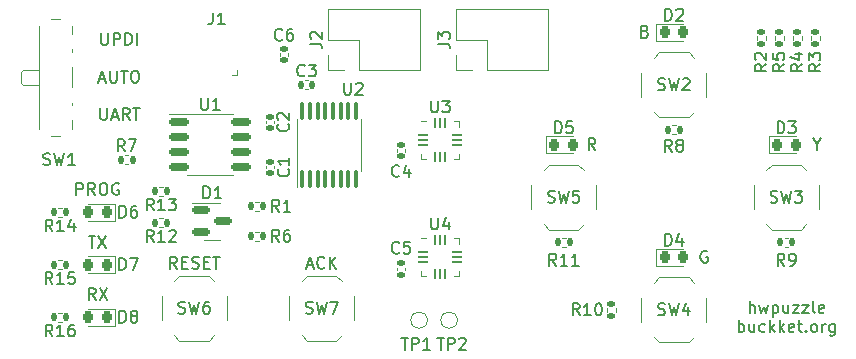
<source format=gto>
G04 #@! TF.GenerationSoftware,KiCad,Pcbnew,(6.0.10)*
G04 #@! TF.CreationDate,2023-01-18T01:33:26+01:00*
G04 #@! TF.ProjectId,hwpuzzle,68777075-7a7a-46c6-952e-6b696361645f,0.1*
G04 #@! TF.SameCoordinates,Original*
G04 #@! TF.FileFunction,Legend,Top*
G04 #@! TF.FilePolarity,Positive*
%FSLAX46Y46*%
G04 Gerber Fmt 4.6, Leading zero omitted, Abs format (unit mm)*
G04 Created by KiCad (PCBNEW (6.0.10)) date 2023-01-18 01:33:26*
%MOMM*%
%LPD*%
G01*
G04 APERTURE LIST*
G04 Aperture macros list*
%AMRoundRect*
0 Rectangle with rounded corners*
0 $1 Rounding radius*
0 $2 $3 $4 $5 $6 $7 $8 $9 X,Y pos of 4 corners*
0 Add a 4 corners polygon primitive as box body*
4,1,4,$2,$3,$4,$5,$6,$7,$8,$9,$2,$3,0*
0 Add four circle primitives for the rounded corners*
1,1,$1+$1,$2,$3*
1,1,$1+$1,$4,$5*
1,1,$1+$1,$6,$7*
1,1,$1+$1,$8,$9*
0 Add four rect primitives between the rounded corners*
20,1,$1+$1,$2,$3,$4,$5,0*
20,1,$1+$1,$4,$5,$6,$7,0*
20,1,$1+$1,$6,$7,$8,$9,0*
20,1,$1+$1,$8,$9,$2,$3,0*%
%AMFreePoly0*
4,1,14,0.334644,0.085355,0.385355,0.034644,0.400000,-0.000711,0.400000,-0.050000,0.385355,-0.085355,0.350000,-0.100000,-0.350000,-0.100000,-0.385355,-0.085355,-0.400000,-0.050000,-0.400000,0.050000,-0.385355,0.085355,-0.350000,0.100000,0.299289,0.100000,0.334644,0.085355,0.334644,0.085355,$1*%
%AMFreePoly1*
4,1,14,0.385355,0.085355,0.400000,0.050000,0.400000,0.000711,0.385355,-0.034644,0.334644,-0.085355,0.299289,-0.100000,-0.350000,-0.100000,-0.385355,-0.085355,-0.400000,-0.050000,-0.400000,0.050000,-0.385355,0.085355,-0.350000,0.100000,0.350000,0.100000,0.385355,0.085355,0.385355,0.085355,$1*%
%AMFreePoly2*
4,1,14,0.085355,0.385355,0.100000,0.350000,0.100000,-0.350000,0.085355,-0.385355,0.050000,-0.400000,-0.050000,-0.400000,-0.085355,-0.385355,-0.100000,-0.350000,-0.100000,0.299289,-0.085355,0.334644,-0.034644,0.385355,0.000711,0.400000,0.050000,0.400000,0.085355,0.385355,0.085355,0.385355,$1*%
%AMFreePoly3*
4,1,14,0.034644,0.385355,0.085355,0.334644,0.100000,0.299289,0.100000,-0.350000,0.085355,-0.385355,0.050000,-0.400000,-0.050000,-0.400000,-0.085355,-0.385355,-0.100000,-0.350000,-0.100000,0.350000,-0.085355,0.385355,-0.050000,0.400000,-0.000711,0.400000,0.034644,0.385355,0.034644,0.385355,$1*%
%AMFreePoly4*
4,1,14,0.385355,0.085355,0.400000,0.050000,0.400000,-0.050000,0.385355,-0.085355,0.350000,-0.100000,-0.299289,-0.100000,-0.334644,-0.085355,-0.385355,-0.034644,-0.400000,0.000711,-0.400000,0.050000,-0.385355,0.085355,-0.350000,0.100000,0.350000,0.100000,0.385355,0.085355,0.385355,0.085355,$1*%
%AMFreePoly5*
4,1,14,0.385355,0.085355,0.400000,0.050000,0.400000,-0.050000,0.385355,-0.085355,0.350000,-0.100000,-0.350000,-0.100000,-0.385355,-0.085355,-0.400000,-0.050000,-0.400000,-0.000711,-0.385355,0.034644,-0.334644,0.085355,-0.299289,0.100000,0.350000,0.100000,0.385355,0.085355,0.385355,0.085355,$1*%
%AMFreePoly6*
4,1,14,0.085355,0.385355,0.100000,0.350000,0.100000,-0.299289,0.085355,-0.334644,0.034644,-0.385355,-0.000711,-0.400000,-0.050000,-0.400000,-0.085355,-0.385355,-0.100000,-0.350000,-0.100000,0.350000,-0.085355,0.385355,-0.050000,0.400000,0.050000,0.400000,0.085355,0.385355,0.085355,0.385355,$1*%
%AMFreePoly7*
4,1,14,0.085355,0.385355,0.100000,0.350000,0.100000,-0.350000,0.085355,-0.385355,0.050000,-0.400000,0.000711,-0.400000,-0.034644,-0.385355,-0.085355,-0.334644,-0.100000,-0.299289,-0.100000,0.350000,-0.085355,0.385355,-0.050000,0.400000,0.050000,0.400000,0.085355,0.385355,0.085355,0.385355,$1*%
G04 Aperture macros list end*
%ADD10C,0.150000*%
%ADD11C,0.120000*%
%ADD12R,1.700000X1.000000*%
%ADD13RoundRect,0.218750X0.218750X0.256250X-0.218750X0.256250X-0.218750X-0.256250X0.218750X-0.256250X0*%
%ADD14RoundRect,0.135000X-0.135000X-0.185000X0.135000X-0.185000X0.135000X0.185000X-0.135000X0.185000X0*%
%ADD15RoundRect,0.140000X0.170000X-0.140000X0.170000X0.140000X-0.170000X0.140000X-0.170000X-0.140000X0*%
%ADD16RoundRect,0.218750X-0.218750X-0.256250X0.218750X-0.256250X0.218750X0.256250X-0.218750X0.256250X0*%
%ADD17RoundRect,0.135000X0.185000X-0.135000X0.185000X0.135000X-0.185000X0.135000X-0.185000X-0.135000X0*%
%ADD18RoundRect,0.135000X0.135000X0.185000X-0.135000X0.185000X-0.135000X-0.185000X0.135000X-0.185000X0*%
%ADD19C,1.000000*%
%ADD20R,0.400000X1.600000*%
%ADD21C,1.300000*%
%ADD22R,1.500000X1.000000*%
%ADD23O,1.300000X1.700000*%
%ADD24RoundRect,0.150000X-0.587500X-0.150000X0.587500X-0.150000X0.587500X0.150000X-0.587500X0.150000X0*%
%ADD25RoundRect,0.100000X0.100000X-0.637500X0.100000X0.637500X-0.100000X0.637500X-0.100000X-0.637500X0*%
%ADD26RoundRect,0.140000X-0.170000X0.140000X-0.170000X-0.140000X0.170000X-0.140000X0.170000X0.140000X0*%
%ADD27R,1.700000X1.700000*%
%ADD28O,1.700000X1.700000*%
%ADD29FreePoly0,0.000000*%
%ADD30RoundRect,0.050000X-0.350000X-0.050000X0.350000X-0.050000X0.350000X0.050000X-0.350000X0.050000X0*%
%ADD31FreePoly1,0.000000*%
%ADD32FreePoly2,0.000000*%
%ADD33RoundRect,0.050000X-0.050000X-0.350000X0.050000X-0.350000X0.050000X0.350000X-0.050000X0.350000X0*%
%ADD34FreePoly3,0.000000*%
%ADD35FreePoly4,0.000000*%
%ADD36FreePoly5,0.000000*%
%ADD37FreePoly6,0.000000*%
%ADD38FreePoly7,0.000000*%
%ADD39RoundRect,0.150000X-0.675000X-0.150000X0.675000X-0.150000X0.675000X0.150000X-0.675000X0.150000X0*%
%ADD40RoundRect,0.140000X-0.140000X-0.170000X0.140000X-0.170000X0.140000X0.170000X-0.140000X0.170000X0*%
%ADD41R,0.800000X1.000000*%
%ADD42C,0.900000*%
%ADD43R,1.500000X0.700000*%
G04 APERTURE END LIST*
D10*
X146994523Y-81097380D02*
X146661190Y-80621190D01*
X146423095Y-81097380D02*
X146423095Y-80097380D01*
X146804047Y-80097380D01*
X146899285Y-80145000D01*
X146946904Y-80192619D01*
X146994523Y-80287857D01*
X146994523Y-80430714D01*
X146946904Y-80525952D01*
X146899285Y-80573571D01*
X146804047Y-80621190D01*
X146423095Y-80621190D01*
X156471904Y-89670000D02*
X156376666Y-89622380D01*
X156233809Y-89622380D01*
X156090952Y-89670000D01*
X155995714Y-89765238D01*
X155948095Y-89860476D01*
X155900476Y-90050952D01*
X155900476Y-90193809D01*
X155948095Y-90384285D01*
X155995714Y-90479523D01*
X156090952Y-90574761D01*
X156233809Y-90622380D01*
X156329047Y-90622380D01*
X156471904Y-90574761D01*
X156519523Y-90527142D01*
X156519523Y-90193809D01*
X156329047Y-90193809D01*
X165735000Y-80621190D02*
X165735000Y-81097380D01*
X165401666Y-80097380D02*
X165735000Y-80621190D01*
X166068333Y-80097380D01*
X151201428Y-71048571D02*
X151344285Y-71096190D01*
X151391904Y-71143809D01*
X151439523Y-71239047D01*
X151439523Y-71381904D01*
X151391904Y-71477142D01*
X151344285Y-71524761D01*
X151249047Y-71572380D01*
X150868095Y-71572380D01*
X150868095Y-70572380D01*
X151201428Y-70572380D01*
X151296666Y-70620000D01*
X151344285Y-70667619D01*
X151391904Y-70762857D01*
X151391904Y-70858095D01*
X151344285Y-70953333D01*
X151296666Y-71000952D01*
X151201428Y-71048571D01*
X150868095Y-71048571D01*
X160052142Y-94897380D02*
X160052142Y-93897380D01*
X160480714Y-94897380D02*
X160480714Y-94373571D01*
X160433095Y-94278333D01*
X160337857Y-94230714D01*
X160195000Y-94230714D01*
X160099761Y-94278333D01*
X160052142Y-94325952D01*
X160861666Y-94230714D02*
X161052142Y-94897380D01*
X161242619Y-94421190D01*
X161433095Y-94897380D01*
X161623571Y-94230714D01*
X162004523Y-94230714D02*
X162004523Y-95230714D01*
X162004523Y-94278333D02*
X162099761Y-94230714D01*
X162290238Y-94230714D01*
X162385476Y-94278333D01*
X162433095Y-94325952D01*
X162480714Y-94421190D01*
X162480714Y-94706904D01*
X162433095Y-94802142D01*
X162385476Y-94849761D01*
X162290238Y-94897380D01*
X162099761Y-94897380D01*
X162004523Y-94849761D01*
X163337857Y-94230714D02*
X163337857Y-94897380D01*
X162909285Y-94230714D02*
X162909285Y-94754523D01*
X162956904Y-94849761D01*
X163052142Y-94897380D01*
X163195000Y-94897380D01*
X163290238Y-94849761D01*
X163337857Y-94802142D01*
X163718809Y-94230714D02*
X164242619Y-94230714D01*
X163718809Y-94897380D01*
X164242619Y-94897380D01*
X164528333Y-94230714D02*
X165052142Y-94230714D01*
X164528333Y-94897380D01*
X165052142Y-94897380D01*
X165575952Y-94897380D02*
X165480714Y-94849761D01*
X165433095Y-94754523D01*
X165433095Y-93897380D01*
X166337857Y-94849761D02*
X166242619Y-94897380D01*
X166052142Y-94897380D01*
X165956904Y-94849761D01*
X165909285Y-94754523D01*
X165909285Y-94373571D01*
X165956904Y-94278333D01*
X166052142Y-94230714D01*
X166242619Y-94230714D01*
X166337857Y-94278333D01*
X166385476Y-94373571D01*
X166385476Y-94468809D01*
X165909285Y-94564047D01*
X159123571Y-96507380D02*
X159123571Y-95507380D01*
X159123571Y-95888333D02*
X159218809Y-95840714D01*
X159409285Y-95840714D01*
X159504523Y-95888333D01*
X159552142Y-95935952D01*
X159599761Y-96031190D01*
X159599761Y-96316904D01*
X159552142Y-96412142D01*
X159504523Y-96459761D01*
X159409285Y-96507380D01*
X159218809Y-96507380D01*
X159123571Y-96459761D01*
X160456904Y-95840714D02*
X160456904Y-96507380D01*
X160028333Y-95840714D02*
X160028333Y-96364523D01*
X160075952Y-96459761D01*
X160171190Y-96507380D01*
X160314047Y-96507380D01*
X160409285Y-96459761D01*
X160456904Y-96412142D01*
X161361666Y-96459761D02*
X161266428Y-96507380D01*
X161075952Y-96507380D01*
X160980714Y-96459761D01*
X160933095Y-96412142D01*
X160885476Y-96316904D01*
X160885476Y-96031190D01*
X160933095Y-95935952D01*
X160980714Y-95888333D01*
X161075952Y-95840714D01*
X161266428Y-95840714D01*
X161361666Y-95888333D01*
X161790238Y-96507380D02*
X161790238Y-95507380D01*
X161885476Y-96126428D02*
X162171190Y-96507380D01*
X162171190Y-95840714D02*
X161790238Y-96221666D01*
X162599761Y-96507380D02*
X162599761Y-95507380D01*
X162695000Y-96126428D02*
X162980714Y-96507380D01*
X162980714Y-95840714D02*
X162599761Y-96221666D01*
X163790238Y-96459761D02*
X163695000Y-96507380D01*
X163504523Y-96507380D01*
X163409285Y-96459761D01*
X163361666Y-96364523D01*
X163361666Y-95983571D01*
X163409285Y-95888333D01*
X163504523Y-95840714D01*
X163695000Y-95840714D01*
X163790238Y-95888333D01*
X163837857Y-95983571D01*
X163837857Y-96078809D01*
X163361666Y-96174047D01*
X164123571Y-95840714D02*
X164504523Y-95840714D01*
X164266428Y-95507380D02*
X164266428Y-96364523D01*
X164314047Y-96459761D01*
X164409285Y-96507380D01*
X164504523Y-96507380D01*
X164837857Y-96412142D02*
X164885476Y-96459761D01*
X164837857Y-96507380D01*
X164790238Y-96459761D01*
X164837857Y-96412142D01*
X164837857Y-96507380D01*
X165456904Y-96507380D02*
X165361666Y-96459761D01*
X165314047Y-96412142D01*
X165266428Y-96316904D01*
X165266428Y-96031190D01*
X165314047Y-95935952D01*
X165361666Y-95888333D01*
X165456904Y-95840714D01*
X165599761Y-95840714D01*
X165695000Y-95888333D01*
X165742619Y-95935952D01*
X165790238Y-96031190D01*
X165790238Y-96316904D01*
X165742619Y-96412142D01*
X165695000Y-96459761D01*
X165599761Y-96507380D01*
X165456904Y-96507380D01*
X166218809Y-96507380D02*
X166218809Y-95840714D01*
X166218809Y-96031190D02*
X166266428Y-95935952D01*
X166314047Y-95888333D01*
X166409285Y-95840714D01*
X166504523Y-95840714D01*
X167266428Y-95840714D02*
X167266428Y-96650238D01*
X167218809Y-96745476D01*
X167171190Y-96793095D01*
X167075952Y-96840714D01*
X166933095Y-96840714D01*
X166837857Y-96793095D01*
X167266428Y-96459761D02*
X167171190Y-96507380D01*
X166980714Y-96507380D01*
X166885476Y-96459761D01*
X166837857Y-96412142D01*
X166790238Y-96316904D01*
X166790238Y-96031190D01*
X166837857Y-95935952D01*
X166885476Y-95888333D01*
X166980714Y-95840714D01*
X167171190Y-95840714D01*
X167266428Y-95888333D01*
X111577619Y-91130380D02*
X111244285Y-90654190D01*
X111006190Y-91130380D02*
X111006190Y-90130380D01*
X111387142Y-90130380D01*
X111482380Y-90178000D01*
X111530000Y-90225619D01*
X111577619Y-90320857D01*
X111577619Y-90463714D01*
X111530000Y-90558952D01*
X111482380Y-90606571D01*
X111387142Y-90654190D01*
X111006190Y-90654190D01*
X112006190Y-90606571D02*
X112339523Y-90606571D01*
X112482380Y-91130380D02*
X112006190Y-91130380D01*
X112006190Y-90130380D01*
X112482380Y-90130380D01*
X112863333Y-91082761D02*
X113006190Y-91130380D01*
X113244285Y-91130380D01*
X113339523Y-91082761D01*
X113387142Y-91035142D01*
X113434761Y-90939904D01*
X113434761Y-90844666D01*
X113387142Y-90749428D01*
X113339523Y-90701809D01*
X113244285Y-90654190D01*
X113053809Y-90606571D01*
X112958571Y-90558952D01*
X112910952Y-90511333D01*
X112863333Y-90416095D01*
X112863333Y-90320857D01*
X112910952Y-90225619D01*
X112958571Y-90178000D01*
X113053809Y-90130380D01*
X113291904Y-90130380D01*
X113434761Y-90178000D01*
X113863333Y-90606571D02*
X114196666Y-90606571D01*
X114339523Y-91130380D02*
X113863333Y-91130380D01*
X113863333Y-90130380D01*
X114339523Y-90130380D01*
X114625238Y-90130380D02*
X115196666Y-90130380D01*
X114910952Y-91130380D02*
X114910952Y-90130380D01*
X105084761Y-77557380D02*
X105084761Y-78366904D01*
X105132380Y-78462142D01*
X105180000Y-78509761D01*
X105275238Y-78557380D01*
X105465714Y-78557380D01*
X105560952Y-78509761D01*
X105608571Y-78462142D01*
X105656190Y-78366904D01*
X105656190Y-77557380D01*
X106084761Y-78271666D02*
X106560952Y-78271666D01*
X105989523Y-78557380D02*
X106322857Y-77557380D01*
X106656190Y-78557380D01*
X107560952Y-78557380D02*
X107227619Y-78081190D01*
X106989523Y-78557380D02*
X106989523Y-77557380D01*
X107370476Y-77557380D01*
X107465714Y-77605000D01*
X107513333Y-77652619D01*
X107560952Y-77747857D01*
X107560952Y-77890714D01*
X107513333Y-77985952D01*
X107465714Y-78033571D01*
X107370476Y-78081190D01*
X106989523Y-78081190D01*
X107846666Y-77557380D02*
X108418095Y-77557380D01*
X108132380Y-78557380D02*
X108132380Y-77557380D01*
X104090813Y-88352380D02*
X104662241Y-88352380D01*
X104376527Y-89352380D02*
X104376527Y-88352380D01*
X104900337Y-88352380D02*
X105567003Y-89352380D01*
X105567003Y-88352380D02*
X104900337Y-89352380D01*
X104686051Y-93797380D02*
X104352718Y-93321190D01*
X104114622Y-93797380D02*
X104114622Y-92797380D01*
X104495575Y-92797380D01*
X104590813Y-92845000D01*
X104638432Y-92892619D01*
X104686051Y-92987857D01*
X104686051Y-93130714D01*
X104638432Y-93225952D01*
X104590813Y-93273571D01*
X104495575Y-93321190D01*
X104114622Y-93321190D01*
X105019384Y-92797380D02*
X105686051Y-93797380D01*
X105686051Y-92797380D02*
X105019384Y-93797380D01*
X103067003Y-84907380D02*
X103067003Y-83907380D01*
X103447956Y-83907380D01*
X103543194Y-83955000D01*
X103590813Y-84002619D01*
X103638432Y-84097857D01*
X103638432Y-84240714D01*
X103590813Y-84335952D01*
X103543194Y-84383571D01*
X103447956Y-84431190D01*
X103067003Y-84431190D01*
X104638432Y-84907380D02*
X104305098Y-84431190D01*
X104067003Y-84907380D02*
X104067003Y-83907380D01*
X104447956Y-83907380D01*
X104543194Y-83955000D01*
X104590813Y-84002619D01*
X104638432Y-84097857D01*
X104638432Y-84240714D01*
X104590813Y-84335952D01*
X104543194Y-84383571D01*
X104447956Y-84431190D01*
X104067003Y-84431190D01*
X105257479Y-83907380D02*
X105447956Y-83907380D01*
X105543194Y-83955000D01*
X105638432Y-84050238D01*
X105686051Y-84240714D01*
X105686051Y-84574047D01*
X105638432Y-84764523D01*
X105543194Y-84859761D01*
X105447956Y-84907380D01*
X105257479Y-84907380D01*
X105162241Y-84859761D01*
X105067003Y-84764523D01*
X105019384Y-84574047D01*
X105019384Y-84240714D01*
X105067003Y-84050238D01*
X105162241Y-83955000D01*
X105257479Y-83907380D01*
X106638432Y-83955000D02*
X106543194Y-83907380D01*
X106400337Y-83907380D01*
X106257479Y-83955000D01*
X106162241Y-84050238D01*
X106114622Y-84145476D01*
X106067003Y-84335952D01*
X106067003Y-84478809D01*
X106114622Y-84669285D01*
X106162241Y-84764523D01*
X106257479Y-84859761D01*
X106400337Y-84907380D01*
X106495575Y-84907380D01*
X106638432Y-84859761D01*
X106686051Y-84812142D01*
X106686051Y-84478809D01*
X106495575Y-84478809D01*
X105013333Y-75096666D02*
X105489523Y-75096666D01*
X104918095Y-75382380D02*
X105251428Y-74382380D01*
X105584761Y-75382380D01*
X105918095Y-74382380D02*
X105918095Y-75191904D01*
X105965714Y-75287142D01*
X106013333Y-75334761D01*
X106108571Y-75382380D01*
X106299047Y-75382380D01*
X106394285Y-75334761D01*
X106441904Y-75287142D01*
X106489523Y-75191904D01*
X106489523Y-74382380D01*
X106822857Y-74382380D02*
X107394285Y-74382380D01*
X107108571Y-75382380D02*
X107108571Y-74382380D01*
X107918095Y-74382380D02*
X108108571Y-74382380D01*
X108203809Y-74430000D01*
X108299047Y-74525238D01*
X108346666Y-74715714D01*
X108346666Y-75049047D01*
X108299047Y-75239523D01*
X108203809Y-75334761D01*
X108108571Y-75382380D01*
X107918095Y-75382380D01*
X107822857Y-75334761D01*
X107727619Y-75239523D01*
X107680000Y-75049047D01*
X107680000Y-74715714D01*
X107727619Y-74525238D01*
X107822857Y-74430000D01*
X107918095Y-74382380D01*
X122586904Y-90844666D02*
X123063095Y-90844666D01*
X122491666Y-91130380D02*
X122825000Y-90130380D01*
X123158333Y-91130380D01*
X124063095Y-91035142D02*
X124015476Y-91082761D01*
X123872619Y-91130380D01*
X123777380Y-91130380D01*
X123634523Y-91082761D01*
X123539285Y-90987523D01*
X123491666Y-90892285D01*
X123444047Y-90701809D01*
X123444047Y-90558952D01*
X123491666Y-90368476D01*
X123539285Y-90273238D01*
X123634523Y-90178000D01*
X123777380Y-90130380D01*
X123872619Y-90130380D01*
X124015476Y-90178000D01*
X124063095Y-90225619D01*
X124491666Y-91130380D02*
X124491666Y-90130380D01*
X125063095Y-91130380D02*
X124634523Y-90558952D01*
X125063095Y-90130380D02*
X124491666Y-90701809D01*
X105156190Y-71207380D02*
X105156190Y-72016904D01*
X105203809Y-72112142D01*
X105251428Y-72159761D01*
X105346666Y-72207380D01*
X105537142Y-72207380D01*
X105632380Y-72159761D01*
X105680000Y-72112142D01*
X105727619Y-72016904D01*
X105727619Y-71207380D01*
X106203809Y-72207380D02*
X106203809Y-71207380D01*
X106584761Y-71207380D01*
X106680000Y-71255000D01*
X106727619Y-71302619D01*
X106775238Y-71397857D01*
X106775238Y-71540714D01*
X106727619Y-71635952D01*
X106680000Y-71683571D01*
X106584761Y-71731190D01*
X106203809Y-71731190D01*
X107203809Y-72207380D02*
X107203809Y-71207380D01*
X107441904Y-71207380D01*
X107584761Y-71255000D01*
X107680000Y-71350238D01*
X107727619Y-71445476D01*
X107775238Y-71635952D01*
X107775238Y-71778809D01*
X107727619Y-71969285D01*
X107680000Y-72064523D01*
X107584761Y-72159761D01*
X107441904Y-72207380D01*
X107203809Y-72207380D01*
X108203809Y-72207380D02*
X108203809Y-71207380D01*
X122491666Y-94892761D02*
X122634523Y-94940380D01*
X122872619Y-94940380D01*
X122967857Y-94892761D01*
X123015476Y-94845142D01*
X123063095Y-94749904D01*
X123063095Y-94654666D01*
X123015476Y-94559428D01*
X122967857Y-94511809D01*
X122872619Y-94464190D01*
X122682142Y-94416571D01*
X122586904Y-94368952D01*
X122539285Y-94321333D01*
X122491666Y-94226095D01*
X122491666Y-94130857D01*
X122539285Y-94035619D01*
X122586904Y-93988000D01*
X122682142Y-93940380D01*
X122920238Y-93940380D01*
X123063095Y-93988000D01*
X123396428Y-93940380D02*
X123634523Y-94940380D01*
X123825000Y-94226095D01*
X124015476Y-94940380D01*
X124253571Y-93940380D01*
X124539285Y-93940380D02*
X125205952Y-93940380D01*
X124777380Y-94940380D01*
X106703904Y-95702380D02*
X106703904Y-94702380D01*
X106942000Y-94702380D01*
X107084857Y-94750000D01*
X107180095Y-94845238D01*
X107227714Y-94940476D01*
X107275333Y-95130952D01*
X107275333Y-95273809D01*
X107227714Y-95464285D01*
X107180095Y-95559523D01*
X107084857Y-95654761D01*
X106942000Y-95702380D01*
X106703904Y-95702380D01*
X107846761Y-95130952D02*
X107751523Y-95083333D01*
X107703904Y-95035714D01*
X107656285Y-94940476D01*
X107656285Y-94892857D01*
X107703904Y-94797619D01*
X107751523Y-94750000D01*
X107846761Y-94702380D01*
X108037238Y-94702380D01*
X108132476Y-94750000D01*
X108180095Y-94797619D01*
X108227714Y-94892857D01*
X108227714Y-94940476D01*
X108180095Y-95035714D01*
X108132476Y-95083333D01*
X108037238Y-95130952D01*
X107846761Y-95130952D01*
X107751523Y-95178571D01*
X107703904Y-95226190D01*
X107656285Y-95321428D01*
X107656285Y-95511904D01*
X107703904Y-95607142D01*
X107751523Y-95654761D01*
X107846761Y-95702380D01*
X108037238Y-95702380D01*
X108132476Y-95654761D01*
X108180095Y-95607142D01*
X108227714Y-95511904D01*
X108227714Y-95321428D01*
X108180095Y-95226190D01*
X108132476Y-95178571D01*
X108037238Y-95130952D01*
X120229333Y-88844380D02*
X119896000Y-88368190D01*
X119657904Y-88844380D02*
X119657904Y-87844380D01*
X120038857Y-87844380D01*
X120134095Y-87892000D01*
X120181714Y-87939619D01*
X120229333Y-88034857D01*
X120229333Y-88177714D01*
X120181714Y-88272952D01*
X120134095Y-88320571D01*
X120038857Y-88368190D01*
X119657904Y-88368190D01*
X121086476Y-87844380D02*
X120896000Y-87844380D01*
X120800761Y-87892000D01*
X120753142Y-87939619D01*
X120657904Y-88082476D01*
X120610285Y-88272952D01*
X120610285Y-88653904D01*
X120657904Y-88749142D01*
X120705523Y-88796761D01*
X120800761Y-88844380D01*
X120991238Y-88844380D01*
X121086476Y-88796761D01*
X121134095Y-88749142D01*
X121181714Y-88653904D01*
X121181714Y-88415809D01*
X121134095Y-88320571D01*
X121086476Y-88272952D01*
X120991238Y-88225333D01*
X120800761Y-88225333D01*
X120705523Y-88272952D01*
X120657904Y-88320571D01*
X120610285Y-88415809D01*
X142989666Y-85499761D02*
X143132523Y-85547380D01*
X143370619Y-85547380D01*
X143465857Y-85499761D01*
X143513476Y-85452142D01*
X143561095Y-85356904D01*
X143561095Y-85261666D01*
X143513476Y-85166428D01*
X143465857Y-85118809D01*
X143370619Y-85071190D01*
X143180142Y-85023571D01*
X143084904Y-84975952D01*
X143037285Y-84928333D01*
X142989666Y-84833095D01*
X142989666Y-84737857D01*
X143037285Y-84642619D01*
X143084904Y-84595000D01*
X143180142Y-84547380D01*
X143418238Y-84547380D01*
X143561095Y-84595000D01*
X143894428Y-84547380D02*
X144132523Y-85547380D01*
X144323000Y-84833095D01*
X144513476Y-85547380D01*
X144751571Y-84547380D01*
X145608714Y-84547380D02*
X145132523Y-84547380D01*
X145084904Y-85023571D01*
X145132523Y-84975952D01*
X145227761Y-84928333D01*
X145465857Y-84928333D01*
X145561095Y-84975952D01*
X145608714Y-85023571D01*
X145656333Y-85118809D01*
X145656333Y-85356904D01*
X145608714Y-85452142D01*
X145561095Y-85499761D01*
X145465857Y-85547380D01*
X145227761Y-85547380D01*
X145132523Y-85499761D01*
X145084904Y-85452142D01*
X121007142Y-82716666D02*
X121054761Y-82764285D01*
X121102380Y-82907142D01*
X121102380Y-83002380D01*
X121054761Y-83145238D01*
X120959523Y-83240476D01*
X120864285Y-83288095D01*
X120673809Y-83335714D01*
X120530952Y-83335714D01*
X120340476Y-83288095D01*
X120245238Y-83240476D01*
X120150000Y-83145238D01*
X120102380Y-83002380D01*
X120102380Y-82907142D01*
X120150000Y-82764285D01*
X120197619Y-82716666D01*
X121102380Y-81764285D02*
X121102380Y-82335714D01*
X121102380Y-82050000D02*
X120102380Y-82050000D01*
X120245238Y-82145238D01*
X120340476Y-82240476D01*
X120388095Y-82335714D01*
X162431904Y-79672380D02*
X162431904Y-78672380D01*
X162670000Y-78672380D01*
X162812857Y-78720000D01*
X162908095Y-78815238D01*
X162955714Y-78910476D01*
X163003333Y-79100952D01*
X163003333Y-79243809D01*
X162955714Y-79434285D01*
X162908095Y-79529523D01*
X162812857Y-79624761D01*
X162670000Y-79672380D01*
X162431904Y-79672380D01*
X163336666Y-78672380D02*
X163955714Y-78672380D01*
X163622380Y-79053333D01*
X163765238Y-79053333D01*
X163860476Y-79100952D01*
X163908095Y-79148571D01*
X163955714Y-79243809D01*
X163955714Y-79481904D01*
X163908095Y-79577142D01*
X163860476Y-79624761D01*
X163765238Y-79672380D01*
X163479523Y-79672380D01*
X163384285Y-79624761D01*
X163336666Y-79577142D01*
X145661142Y-95072380D02*
X145327809Y-94596190D01*
X145089714Y-95072380D02*
X145089714Y-94072380D01*
X145470666Y-94072380D01*
X145565904Y-94120000D01*
X145613523Y-94167619D01*
X145661142Y-94262857D01*
X145661142Y-94405714D01*
X145613523Y-94500952D01*
X145565904Y-94548571D01*
X145470666Y-94596190D01*
X145089714Y-94596190D01*
X146613523Y-95072380D02*
X146042095Y-95072380D01*
X146327809Y-95072380D02*
X146327809Y-94072380D01*
X146232571Y-94215238D01*
X146137333Y-94310476D01*
X146042095Y-94358095D01*
X147232571Y-94072380D02*
X147327809Y-94072380D01*
X147423047Y-94120000D01*
X147470666Y-94167619D01*
X147518285Y-94262857D01*
X147565904Y-94453333D01*
X147565904Y-94691428D01*
X147518285Y-94881904D01*
X147470666Y-94977142D01*
X147423047Y-95024761D01*
X147327809Y-95072380D01*
X147232571Y-95072380D01*
X147137333Y-95024761D01*
X147089714Y-94977142D01*
X147042095Y-94881904D01*
X146994476Y-94691428D01*
X146994476Y-94453333D01*
X147042095Y-94262857D01*
X147089714Y-94167619D01*
X147137333Y-94120000D01*
X147232571Y-94072380D01*
X109593142Y-88870380D02*
X109259809Y-88394190D01*
X109021714Y-88870380D02*
X109021714Y-87870380D01*
X109402666Y-87870380D01*
X109497904Y-87918000D01*
X109545523Y-87965619D01*
X109593142Y-88060857D01*
X109593142Y-88203714D01*
X109545523Y-88298952D01*
X109497904Y-88346571D01*
X109402666Y-88394190D01*
X109021714Y-88394190D01*
X110545523Y-88870380D02*
X109974095Y-88870380D01*
X110259809Y-88870380D02*
X110259809Y-87870380D01*
X110164571Y-88013238D01*
X110069333Y-88108476D01*
X109974095Y-88156095D01*
X110926476Y-87965619D02*
X110974095Y-87918000D01*
X111069333Y-87870380D01*
X111307428Y-87870380D01*
X111402666Y-87918000D01*
X111450285Y-87965619D01*
X111497904Y-88060857D01*
X111497904Y-88156095D01*
X111450285Y-88298952D01*
X110878857Y-88870380D01*
X111497904Y-88870380D01*
X133612095Y-96988380D02*
X134183523Y-96988380D01*
X133897809Y-97988380D02*
X133897809Y-96988380D01*
X134516857Y-97988380D02*
X134516857Y-96988380D01*
X134897809Y-96988380D01*
X134993047Y-97036000D01*
X135040666Y-97083619D01*
X135088285Y-97178857D01*
X135088285Y-97321714D01*
X135040666Y-97416952D01*
X134993047Y-97464571D01*
X134897809Y-97512190D01*
X134516857Y-97512190D01*
X135469238Y-97083619D02*
X135516857Y-97036000D01*
X135612095Y-96988380D01*
X135850190Y-96988380D01*
X135945428Y-97036000D01*
X135993047Y-97083619D01*
X136040666Y-97178857D01*
X136040666Y-97274095D01*
X135993047Y-97416952D01*
X135421619Y-97988380D01*
X136040666Y-97988380D01*
X107148333Y-81197380D02*
X106815000Y-80721190D01*
X106576904Y-81197380D02*
X106576904Y-80197380D01*
X106957857Y-80197380D01*
X107053095Y-80245000D01*
X107100714Y-80292619D01*
X107148333Y-80387857D01*
X107148333Y-80530714D01*
X107100714Y-80625952D01*
X107053095Y-80673571D01*
X106957857Y-80721190D01*
X106576904Y-80721190D01*
X107481666Y-80197380D02*
X108148333Y-80197380D01*
X107719761Y-81197380D01*
X130389333Y-83288142D02*
X130341714Y-83335761D01*
X130198857Y-83383380D01*
X130103619Y-83383380D01*
X129960761Y-83335761D01*
X129865523Y-83240523D01*
X129817904Y-83145285D01*
X129770285Y-82954809D01*
X129770285Y-82811952D01*
X129817904Y-82621476D01*
X129865523Y-82526238D01*
X129960761Y-82431000D01*
X130103619Y-82383380D01*
X130198857Y-82383380D01*
X130341714Y-82431000D01*
X130389333Y-82478619D01*
X131246476Y-82716714D02*
X131246476Y-83383380D01*
X131008380Y-82335761D02*
X130770285Y-83050047D01*
X131389333Y-83050047D01*
X143584904Y-79672380D02*
X143584904Y-78672380D01*
X143823000Y-78672380D01*
X143965857Y-78720000D01*
X144061095Y-78815238D01*
X144108714Y-78910476D01*
X144156333Y-79100952D01*
X144156333Y-79243809D01*
X144108714Y-79434285D01*
X144061095Y-79529523D01*
X143965857Y-79624761D01*
X143823000Y-79672380D01*
X143584904Y-79672380D01*
X145061095Y-78672380D02*
X144584904Y-78672380D01*
X144537285Y-79148571D01*
X144584904Y-79100952D01*
X144680142Y-79053333D01*
X144918238Y-79053333D01*
X145013476Y-79100952D01*
X145061095Y-79148571D01*
X145108714Y-79243809D01*
X145108714Y-79481904D01*
X145061095Y-79577142D01*
X145013476Y-79624761D01*
X144918238Y-79672380D01*
X144680142Y-79672380D01*
X144584904Y-79624761D01*
X144537285Y-79577142D01*
X109593142Y-86206380D02*
X109259809Y-85730190D01*
X109021714Y-86206380D02*
X109021714Y-85206380D01*
X109402666Y-85206380D01*
X109497904Y-85254000D01*
X109545523Y-85301619D01*
X109593142Y-85396857D01*
X109593142Y-85539714D01*
X109545523Y-85634952D01*
X109497904Y-85682571D01*
X109402666Y-85730190D01*
X109021714Y-85730190D01*
X110545523Y-86206380D02*
X109974095Y-86206380D01*
X110259809Y-86206380D02*
X110259809Y-85206380D01*
X110164571Y-85349238D01*
X110069333Y-85444476D01*
X109974095Y-85492095D01*
X110878857Y-85206380D02*
X111497904Y-85206380D01*
X111164571Y-85587333D01*
X111307428Y-85587333D01*
X111402666Y-85634952D01*
X111450285Y-85682571D01*
X111497904Y-85777809D01*
X111497904Y-86015904D01*
X111450285Y-86111142D01*
X111402666Y-86158761D01*
X111307428Y-86206380D01*
X111021714Y-86206380D01*
X110926476Y-86158761D01*
X110878857Y-86111142D01*
X152906904Y-89197380D02*
X152906904Y-88197380D01*
X153145000Y-88197380D01*
X153287857Y-88245000D01*
X153383095Y-88340238D01*
X153430714Y-88435476D01*
X153478333Y-88625952D01*
X153478333Y-88768809D01*
X153430714Y-88959285D01*
X153383095Y-89054523D01*
X153287857Y-89149761D01*
X153145000Y-89197380D01*
X152906904Y-89197380D01*
X154335476Y-88530714D02*
X154335476Y-89197380D01*
X154097380Y-88149761D02*
X153859285Y-88864047D01*
X154478333Y-88864047D01*
X101034860Y-92427380D02*
X100701527Y-91951190D01*
X100463432Y-92427380D02*
X100463432Y-91427380D01*
X100844384Y-91427380D01*
X100939622Y-91475000D01*
X100987241Y-91522619D01*
X101034860Y-91617857D01*
X101034860Y-91760714D01*
X100987241Y-91855952D01*
X100939622Y-91903571D01*
X100844384Y-91951190D01*
X100463432Y-91951190D01*
X101987241Y-92427380D02*
X101415813Y-92427380D01*
X101701527Y-92427380D02*
X101701527Y-91427380D01*
X101606289Y-91570238D01*
X101511051Y-91665476D01*
X101415813Y-91713095D01*
X102892003Y-91427380D02*
X102415813Y-91427380D01*
X102368194Y-91903571D01*
X102415813Y-91855952D01*
X102511051Y-91808333D01*
X102749146Y-91808333D01*
X102844384Y-91855952D01*
X102892003Y-91903571D01*
X102939622Y-91998809D01*
X102939622Y-92236904D01*
X102892003Y-92332142D01*
X102844384Y-92379761D01*
X102749146Y-92427380D01*
X102511051Y-92427380D01*
X102415813Y-92379761D01*
X102368194Y-92332142D01*
X106703904Y-86812380D02*
X106703904Y-85812380D01*
X106942000Y-85812380D01*
X107084857Y-85860000D01*
X107180095Y-85955238D01*
X107227714Y-86050476D01*
X107275333Y-86240952D01*
X107275333Y-86383809D01*
X107227714Y-86574285D01*
X107180095Y-86669523D01*
X107084857Y-86764761D01*
X106942000Y-86812380D01*
X106703904Y-86812380D01*
X108132476Y-85812380D02*
X107942000Y-85812380D01*
X107846761Y-85860000D01*
X107799142Y-85907619D01*
X107703904Y-86050476D01*
X107656285Y-86240952D01*
X107656285Y-86621904D01*
X107703904Y-86717142D01*
X107751523Y-86764761D01*
X107846761Y-86812380D01*
X108037238Y-86812380D01*
X108132476Y-86764761D01*
X108180095Y-86717142D01*
X108227714Y-86621904D01*
X108227714Y-86383809D01*
X108180095Y-86288571D01*
X108132476Y-86240952D01*
X108037238Y-86193333D01*
X107846761Y-86193333D01*
X107751523Y-86240952D01*
X107703904Y-86288571D01*
X107656285Y-86383809D01*
X114601666Y-69453380D02*
X114601666Y-70167666D01*
X114554047Y-70310523D01*
X114458809Y-70405761D01*
X114315952Y-70453380D01*
X114220714Y-70453380D01*
X115601666Y-70453380D02*
X115030238Y-70453380D01*
X115315952Y-70453380D02*
X115315952Y-69453380D01*
X115220714Y-69596238D01*
X115125476Y-69691476D01*
X115030238Y-69739095D01*
X130389333Y-89765142D02*
X130341714Y-89812761D01*
X130198857Y-89860380D01*
X130103619Y-89860380D01*
X129960761Y-89812761D01*
X129865523Y-89717523D01*
X129817904Y-89622285D01*
X129770285Y-89431809D01*
X129770285Y-89288952D01*
X129817904Y-89098476D01*
X129865523Y-89003238D01*
X129960761Y-88908000D01*
X130103619Y-88860380D01*
X130198857Y-88860380D01*
X130341714Y-88908000D01*
X130389333Y-88955619D01*
X131294095Y-88860380D02*
X130817904Y-88860380D01*
X130770285Y-89336571D01*
X130817904Y-89288952D01*
X130913142Y-89241333D01*
X131151238Y-89241333D01*
X131246476Y-89288952D01*
X131294095Y-89336571D01*
X131341714Y-89431809D01*
X131341714Y-89669904D01*
X131294095Y-89765142D01*
X131246476Y-89812761D01*
X131151238Y-89860380D01*
X130913142Y-89860380D01*
X130817904Y-89812761D01*
X130770285Y-89765142D01*
X111696666Y-94892761D02*
X111839523Y-94940380D01*
X112077619Y-94940380D01*
X112172857Y-94892761D01*
X112220476Y-94845142D01*
X112268095Y-94749904D01*
X112268095Y-94654666D01*
X112220476Y-94559428D01*
X112172857Y-94511809D01*
X112077619Y-94464190D01*
X111887142Y-94416571D01*
X111791904Y-94368952D01*
X111744285Y-94321333D01*
X111696666Y-94226095D01*
X111696666Y-94130857D01*
X111744285Y-94035619D01*
X111791904Y-93988000D01*
X111887142Y-93940380D01*
X112125238Y-93940380D01*
X112268095Y-93988000D01*
X112601428Y-93940380D02*
X112839523Y-94940380D01*
X113030000Y-94226095D01*
X113220476Y-94940380D01*
X113458571Y-93940380D01*
X114268095Y-93940380D02*
X114077619Y-93940380D01*
X113982380Y-93988000D01*
X113934761Y-94035619D01*
X113839523Y-94178476D01*
X113791904Y-94368952D01*
X113791904Y-94749904D01*
X113839523Y-94845142D01*
X113887142Y-94892761D01*
X113982380Y-94940380D01*
X114172857Y-94940380D01*
X114268095Y-94892761D01*
X114315714Y-94845142D01*
X114363333Y-94749904D01*
X114363333Y-94511809D01*
X114315714Y-94416571D01*
X114268095Y-94368952D01*
X114172857Y-94321333D01*
X113982380Y-94321333D01*
X113887142Y-94368952D01*
X113839523Y-94416571D01*
X113791904Y-94511809D01*
X120229333Y-86304380D02*
X119896000Y-85828190D01*
X119657904Y-86304380D02*
X119657904Y-85304380D01*
X120038857Y-85304380D01*
X120134095Y-85352000D01*
X120181714Y-85399619D01*
X120229333Y-85494857D01*
X120229333Y-85637714D01*
X120181714Y-85732952D01*
X120134095Y-85780571D01*
X120038857Y-85828190D01*
X119657904Y-85828190D01*
X121181714Y-86304380D02*
X120610285Y-86304380D01*
X120896000Y-86304380D02*
X120896000Y-85304380D01*
X120800761Y-85447238D01*
X120705523Y-85542476D01*
X120610285Y-85590095D01*
X166060380Y-73826666D02*
X165584190Y-74160000D01*
X166060380Y-74398095D02*
X165060380Y-74398095D01*
X165060380Y-74017142D01*
X165108000Y-73921904D01*
X165155619Y-73874285D01*
X165250857Y-73826666D01*
X165393714Y-73826666D01*
X165488952Y-73874285D01*
X165536571Y-73921904D01*
X165584190Y-74017142D01*
X165584190Y-74398095D01*
X165060380Y-73493333D02*
X165060380Y-72874285D01*
X165441333Y-73207619D01*
X165441333Y-73064761D01*
X165488952Y-72969523D01*
X165536571Y-72921904D01*
X165631809Y-72874285D01*
X165869904Y-72874285D01*
X165965142Y-72921904D01*
X166012761Y-72969523D01*
X166060380Y-73064761D01*
X166060380Y-73350476D01*
X166012761Y-73445714D01*
X165965142Y-73493333D01*
X164536380Y-73826666D02*
X164060190Y-74160000D01*
X164536380Y-74398095D02*
X163536380Y-74398095D01*
X163536380Y-74017142D01*
X163584000Y-73921904D01*
X163631619Y-73874285D01*
X163726857Y-73826666D01*
X163869714Y-73826666D01*
X163964952Y-73874285D01*
X164012571Y-73921904D01*
X164060190Y-74017142D01*
X164060190Y-74398095D01*
X163869714Y-72969523D02*
X164536380Y-72969523D01*
X163488761Y-73207619D02*
X164203047Y-73445714D01*
X164203047Y-72826666D01*
X113815904Y-85174380D02*
X113815904Y-84174380D01*
X114054000Y-84174380D01*
X114196857Y-84222000D01*
X114292095Y-84317238D01*
X114339714Y-84412476D01*
X114387333Y-84602952D01*
X114387333Y-84745809D01*
X114339714Y-84936285D01*
X114292095Y-85031523D01*
X114196857Y-85126761D01*
X114054000Y-85174380D01*
X113815904Y-85174380D01*
X115339714Y-85174380D02*
X114768285Y-85174380D01*
X115054000Y-85174380D02*
X115054000Y-84174380D01*
X114958761Y-84317238D01*
X114863523Y-84412476D01*
X114768285Y-84460095D01*
X125730095Y-75398380D02*
X125730095Y-76207904D01*
X125777714Y-76303142D01*
X125825333Y-76350761D01*
X125920571Y-76398380D01*
X126111047Y-76398380D01*
X126206285Y-76350761D01*
X126253904Y-76303142D01*
X126301523Y-76207904D01*
X126301523Y-75398380D01*
X126730095Y-75493619D02*
X126777714Y-75446000D01*
X126872952Y-75398380D01*
X127111047Y-75398380D01*
X127206285Y-75446000D01*
X127253904Y-75493619D01*
X127301523Y-75588857D01*
X127301523Y-75684095D01*
X127253904Y-75826952D01*
X126682476Y-76398380D01*
X127301523Y-76398380D01*
X152311666Y-75974761D02*
X152454523Y-76022380D01*
X152692619Y-76022380D01*
X152787857Y-75974761D01*
X152835476Y-75927142D01*
X152883095Y-75831904D01*
X152883095Y-75736666D01*
X152835476Y-75641428D01*
X152787857Y-75593809D01*
X152692619Y-75546190D01*
X152502142Y-75498571D01*
X152406904Y-75450952D01*
X152359285Y-75403333D01*
X152311666Y-75308095D01*
X152311666Y-75212857D01*
X152359285Y-75117619D01*
X152406904Y-75070000D01*
X152502142Y-75022380D01*
X152740238Y-75022380D01*
X152883095Y-75070000D01*
X153216428Y-75022380D02*
X153454523Y-76022380D01*
X153645000Y-75308095D01*
X153835476Y-76022380D01*
X154073571Y-75022380D01*
X154406904Y-75117619D02*
X154454523Y-75070000D01*
X154549761Y-75022380D01*
X154787857Y-75022380D01*
X154883095Y-75070000D01*
X154930714Y-75117619D01*
X154978333Y-75212857D01*
X154978333Y-75308095D01*
X154930714Y-75450952D01*
X154359285Y-76022380D01*
X154978333Y-76022380D01*
X161836666Y-85499761D02*
X161979523Y-85547380D01*
X162217619Y-85547380D01*
X162312857Y-85499761D01*
X162360476Y-85452142D01*
X162408095Y-85356904D01*
X162408095Y-85261666D01*
X162360476Y-85166428D01*
X162312857Y-85118809D01*
X162217619Y-85071190D01*
X162027142Y-85023571D01*
X161931904Y-84975952D01*
X161884285Y-84928333D01*
X161836666Y-84833095D01*
X161836666Y-84737857D01*
X161884285Y-84642619D01*
X161931904Y-84595000D01*
X162027142Y-84547380D01*
X162265238Y-84547380D01*
X162408095Y-84595000D01*
X162741428Y-84547380D02*
X162979523Y-85547380D01*
X163170000Y-84833095D01*
X163360476Y-85547380D01*
X163598571Y-84547380D01*
X163884285Y-84547380D02*
X164503333Y-84547380D01*
X164170000Y-84928333D01*
X164312857Y-84928333D01*
X164408095Y-84975952D01*
X164455714Y-85023571D01*
X164503333Y-85118809D01*
X164503333Y-85356904D01*
X164455714Y-85452142D01*
X164408095Y-85499761D01*
X164312857Y-85547380D01*
X164027142Y-85547380D01*
X163931904Y-85499761D01*
X163884285Y-85452142D01*
X106703904Y-91257380D02*
X106703904Y-90257380D01*
X106942000Y-90257380D01*
X107084857Y-90305000D01*
X107180095Y-90400238D01*
X107227714Y-90495476D01*
X107275333Y-90685952D01*
X107275333Y-90828809D01*
X107227714Y-91019285D01*
X107180095Y-91114523D01*
X107084857Y-91209761D01*
X106942000Y-91257380D01*
X106703904Y-91257380D01*
X107608666Y-90257380D02*
X108275333Y-90257380D01*
X107846761Y-91257380D01*
X120982142Y-78906666D02*
X121029761Y-78954285D01*
X121077380Y-79097142D01*
X121077380Y-79192380D01*
X121029761Y-79335238D01*
X120934523Y-79430476D01*
X120839285Y-79478095D01*
X120648809Y-79525714D01*
X120505952Y-79525714D01*
X120315476Y-79478095D01*
X120220238Y-79430476D01*
X120125000Y-79335238D01*
X120077380Y-79192380D01*
X120077380Y-79097142D01*
X120125000Y-78954285D01*
X120172619Y-78906666D01*
X120172619Y-78525714D02*
X120125000Y-78478095D01*
X120077380Y-78382857D01*
X120077380Y-78144761D01*
X120125000Y-78049523D01*
X120172619Y-78001904D01*
X120267857Y-77954285D01*
X120363095Y-77954285D01*
X120505952Y-78001904D01*
X121077380Y-78573333D01*
X121077380Y-77954285D01*
X143680142Y-90876380D02*
X143346809Y-90400190D01*
X143108714Y-90876380D02*
X143108714Y-89876380D01*
X143489666Y-89876380D01*
X143584904Y-89924000D01*
X143632523Y-89971619D01*
X143680142Y-90066857D01*
X143680142Y-90209714D01*
X143632523Y-90304952D01*
X143584904Y-90352571D01*
X143489666Y-90400190D01*
X143108714Y-90400190D01*
X144632523Y-90876380D02*
X144061095Y-90876380D01*
X144346809Y-90876380D02*
X144346809Y-89876380D01*
X144251571Y-90019238D01*
X144156333Y-90114476D01*
X144061095Y-90162095D01*
X145584904Y-90876380D02*
X145013476Y-90876380D01*
X145299190Y-90876380D02*
X145299190Y-89876380D01*
X145203952Y-90019238D01*
X145108714Y-90114476D01*
X145013476Y-90162095D01*
X122852380Y-72088333D02*
X123566666Y-72088333D01*
X123709523Y-72135952D01*
X123804761Y-72231190D01*
X123852380Y-72374047D01*
X123852380Y-72469285D01*
X122947619Y-71659761D02*
X122900000Y-71612142D01*
X122852380Y-71516904D01*
X122852380Y-71278809D01*
X122900000Y-71183571D01*
X122947619Y-71135952D01*
X123042857Y-71088333D01*
X123138095Y-71088333D01*
X123280952Y-71135952D01*
X123852380Y-71707380D01*
X123852380Y-71088333D01*
X161488380Y-73826666D02*
X161012190Y-74160000D01*
X161488380Y-74398095D02*
X160488380Y-74398095D01*
X160488380Y-74017142D01*
X160536000Y-73921904D01*
X160583619Y-73874285D01*
X160678857Y-73826666D01*
X160821714Y-73826666D01*
X160916952Y-73874285D01*
X160964571Y-73921904D01*
X161012190Y-74017142D01*
X161012190Y-74398095D01*
X160583619Y-73445714D02*
X160536000Y-73398095D01*
X160488380Y-73302857D01*
X160488380Y-73064761D01*
X160536000Y-72969523D01*
X160583619Y-72921904D01*
X160678857Y-72874285D01*
X160774095Y-72874285D01*
X160916952Y-72921904D01*
X161488380Y-73493333D01*
X161488380Y-72874285D01*
X133096095Y-86822380D02*
X133096095Y-87631904D01*
X133143714Y-87727142D01*
X133191333Y-87774761D01*
X133286571Y-87822380D01*
X133477047Y-87822380D01*
X133572285Y-87774761D01*
X133619904Y-87727142D01*
X133667523Y-87631904D01*
X133667523Y-86822380D01*
X134572285Y-87155714D02*
X134572285Y-87822380D01*
X134334190Y-86774761D02*
X134096095Y-87489047D01*
X134715142Y-87489047D01*
X152311666Y-95024761D02*
X152454523Y-95072380D01*
X152692619Y-95072380D01*
X152787857Y-95024761D01*
X152835476Y-94977142D01*
X152883095Y-94881904D01*
X152883095Y-94786666D01*
X152835476Y-94691428D01*
X152787857Y-94643809D01*
X152692619Y-94596190D01*
X152502142Y-94548571D01*
X152406904Y-94500952D01*
X152359285Y-94453333D01*
X152311666Y-94358095D01*
X152311666Y-94262857D01*
X152359285Y-94167619D01*
X152406904Y-94120000D01*
X152502142Y-94072380D01*
X152740238Y-94072380D01*
X152883095Y-94120000D01*
X153216428Y-94072380D02*
X153454523Y-95072380D01*
X153645000Y-94358095D01*
X153835476Y-95072380D01*
X154073571Y-94072380D01*
X154883095Y-94405714D02*
X154883095Y-95072380D01*
X154645000Y-94024761D02*
X154406904Y-94739047D01*
X155025952Y-94739047D01*
X101034860Y-87982380D02*
X100701527Y-87506190D01*
X100463432Y-87982380D02*
X100463432Y-86982380D01*
X100844384Y-86982380D01*
X100939622Y-87030000D01*
X100987241Y-87077619D01*
X101034860Y-87172857D01*
X101034860Y-87315714D01*
X100987241Y-87410952D01*
X100939622Y-87458571D01*
X100844384Y-87506190D01*
X100463432Y-87506190D01*
X101987241Y-87982380D02*
X101415813Y-87982380D01*
X101701527Y-87982380D02*
X101701527Y-86982380D01*
X101606289Y-87125238D01*
X101511051Y-87220476D01*
X101415813Y-87268095D01*
X102844384Y-87315714D02*
X102844384Y-87982380D01*
X102606289Y-86934761D02*
X102368194Y-87649047D01*
X102987241Y-87649047D01*
X120483333Y-71731142D02*
X120435714Y-71778761D01*
X120292857Y-71826380D01*
X120197619Y-71826380D01*
X120054761Y-71778761D01*
X119959523Y-71683523D01*
X119911904Y-71588285D01*
X119864285Y-71397809D01*
X119864285Y-71254952D01*
X119911904Y-71064476D01*
X119959523Y-70969238D01*
X120054761Y-70874000D01*
X120197619Y-70826380D01*
X120292857Y-70826380D01*
X120435714Y-70874000D01*
X120483333Y-70921619D01*
X121340476Y-70826380D02*
X121150000Y-70826380D01*
X121054761Y-70874000D01*
X121007142Y-70921619D01*
X120911904Y-71064476D01*
X120864285Y-71254952D01*
X120864285Y-71635904D01*
X120911904Y-71731142D01*
X120959523Y-71778761D01*
X121054761Y-71826380D01*
X121245238Y-71826380D01*
X121340476Y-71778761D01*
X121388095Y-71731142D01*
X121435714Y-71635904D01*
X121435714Y-71397809D01*
X121388095Y-71302571D01*
X121340476Y-71254952D01*
X121245238Y-71207333D01*
X121054761Y-71207333D01*
X120959523Y-71254952D01*
X120911904Y-71302571D01*
X120864285Y-71397809D01*
X163012380Y-73826666D02*
X162536190Y-74160000D01*
X163012380Y-74398095D02*
X162012380Y-74398095D01*
X162012380Y-74017142D01*
X162060000Y-73921904D01*
X162107619Y-73874285D01*
X162202857Y-73826666D01*
X162345714Y-73826666D01*
X162440952Y-73874285D01*
X162488571Y-73921904D01*
X162536190Y-74017142D01*
X162536190Y-74398095D01*
X162012380Y-72921904D02*
X162012380Y-73398095D01*
X162488571Y-73445714D01*
X162440952Y-73398095D01*
X162393333Y-73302857D01*
X162393333Y-73064761D01*
X162440952Y-72969523D01*
X162488571Y-72921904D01*
X162583809Y-72874285D01*
X162821904Y-72874285D01*
X162917142Y-72921904D01*
X162964761Y-72969523D01*
X163012380Y-73064761D01*
X163012380Y-73302857D01*
X162964761Y-73398095D01*
X162917142Y-73445714D01*
X113623095Y-76697380D02*
X113623095Y-77506904D01*
X113670714Y-77602142D01*
X113718333Y-77649761D01*
X113813571Y-77697380D01*
X114004047Y-77697380D01*
X114099285Y-77649761D01*
X114146904Y-77602142D01*
X114194523Y-77506904D01*
X114194523Y-76697380D01*
X115194523Y-77697380D02*
X114623095Y-77697380D01*
X114908809Y-77697380D02*
X114908809Y-76697380D01*
X114813571Y-76840238D01*
X114718333Y-76935476D01*
X114623095Y-76983095D01*
X101034860Y-96872380D02*
X100701527Y-96396190D01*
X100463432Y-96872380D02*
X100463432Y-95872380D01*
X100844384Y-95872380D01*
X100939622Y-95920000D01*
X100987241Y-95967619D01*
X101034860Y-96062857D01*
X101034860Y-96205714D01*
X100987241Y-96300952D01*
X100939622Y-96348571D01*
X100844384Y-96396190D01*
X100463432Y-96396190D01*
X101987241Y-96872380D02*
X101415813Y-96872380D01*
X101701527Y-96872380D02*
X101701527Y-95872380D01*
X101606289Y-96015238D01*
X101511051Y-96110476D01*
X101415813Y-96158095D01*
X102844384Y-95872380D02*
X102653908Y-95872380D01*
X102558670Y-95920000D01*
X102511051Y-95967619D01*
X102415813Y-96110476D01*
X102368194Y-96300952D01*
X102368194Y-96681904D01*
X102415813Y-96777142D01*
X102463432Y-96824761D01*
X102558670Y-96872380D01*
X102749146Y-96872380D01*
X102844384Y-96824761D01*
X102892003Y-96777142D01*
X102939622Y-96681904D01*
X102939622Y-96443809D01*
X102892003Y-96348571D01*
X102844384Y-96300952D01*
X102749146Y-96253333D01*
X102558670Y-96253333D01*
X102463432Y-96300952D01*
X102415813Y-96348571D01*
X102368194Y-96443809D01*
X122388333Y-74762142D02*
X122340714Y-74809761D01*
X122197857Y-74857380D01*
X122102619Y-74857380D01*
X121959761Y-74809761D01*
X121864523Y-74714523D01*
X121816904Y-74619285D01*
X121769285Y-74428809D01*
X121769285Y-74285952D01*
X121816904Y-74095476D01*
X121864523Y-74000238D01*
X121959761Y-73905000D01*
X122102619Y-73857380D01*
X122197857Y-73857380D01*
X122340714Y-73905000D01*
X122388333Y-73952619D01*
X122721666Y-73857380D02*
X123340714Y-73857380D01*
X123007380Y-74238333D01*
X123150238Y-74238333D01*
X123245476Y-74285952D01*
X123293095Y-74333571D01*
X123340714Y-74428809D01*
X123340714Y-74666904D01*
X123293095Y-74762142D01*
X123245476Y-74809761D01*
X123150238Y-74857380D01*
X122864523Y-74857380D01*
X122769285Y-74809761D01*
X122721666Y-74762142D01*
X152906904Y-70147380D02*
X152906904Y-69147380D01*
X153145000Y-69147380D01*
X153287857Y-69195000D01*
X153383095Y-69290238D01*
X153430714Y-69385476D01*
X153478333Y-69575952D01*
X153478333Y-69718809D01*
X153430714Y-69909285D01*
X153383095Y-70004523D01*
X153287857Y-70099761D01*
X153145000Y-70147380D01*
X152906904Y-70147380D01*
X153859285Y-69242619D02*
X153906904Y-69195000D01*
X154002142Y-69147380D01*
X154240238Y-69147380D01*
X154335476Y-69195000D01*
X154383095Y-69242619D01*
X154430714Y-69337857D01*
X154430714Y-69433095D01*
X154383095Y-69575952D01*
X153811666Y-70147380D01*
X154430714Y-70147380D01*
X100266666Y-82319761D02*
X100409523Y-82367380D01*
X100647619Y-82367380D01*
X100742857Y-82319761D01*
X100790476Y-82272142D01*
X100838095Y-82176904D01*
X100838095Y-82081666D01*
X100790476Y-81986428D01*
X100742857Y-81938809D01*
X100647619Y-81891190D01*
X100457142Y-81843571D01*
X100361904Y-81795952D01*
X100314285Y-81748333D01*
X100266666Y-81653095D01*
X100266666Y-81557857D01*
X100314285Y-81462619D01*
X100361904Y-81415000D01*
X100457142Y-81367380D01*
X100695238Y-81367380D01*
X100838095Y-81415000D01*
X101171428Y-81367380D02*
X101409523Y-82367380D01*
X101600000Y-81653095D01*
X101790476Y-82367380D01*
X102028571Y-81367380D01*
X102933333Y-82367380D02*
X102361904Y-82367380D01*
X102647619Y-82367380D02*
X102647619Y-81367380D01*
X102552380Y-81510238D01*
X102457142Y-81605476D01*
X102361904Y-81653095D01*
X133662380Y-72093333D02*
X134376666Y-72093333D01*
X134519523Y-72140952D01*
X134614761Y-72236190D01*
X134662380Y-72379047D01*
X134662380Y-72474285D01*
X133662380Y-71712380D02*
X133662380Y-71093333D01*
X134043333Y-71426666D01*
X134043333Y-71283809D01*
X134090952Y-71188571D01*
X134138571Y-71140952D01*
X134233809Y-71093333D01*
X134471904Y-71093333D01*
X134567142Y-71140952D01*
X134614761Y-71188571D01*
X134662380Y-71283809D01*
X134662380Y-71569523D01*
X134614761Y-71664761D01*
X134567142Y-71712380D01*
X130564095Y-96988380D02*
X131135523Y-96988380D01*
X130849809Y-97988380D02*
X130849809Y-96988380D01*
X131468857Y-97988380D02*
X131468857Y-96988380D01*
X131849809Y-96988380D01*
X131945047Y-97036000D01*
X131992666Y-97083619D01*
X132040285Y-97178857D01*
X132040285Y-97321714D01*
X131992666Y-97416952D01*
X131945047Y-97464571D01*
X131849809Y-97512190D01*
X131468857Y-97512190D01*
X132992666Y-97988380D02*
X132421238Y-97988380D01*
X132706952Y-97988380D02*
X132706952Y-96988380D01*
X132611714Y-97131238D01*
X132516476Y-97226476D01*
X132421238Y-97274095D01*
X153478333Y-81224380D02*
X153145000Y-80748190D01*
X152906904Y-81224380D02*
X152906904Y-80224380D01*
X153287857Y-80224380D01*
X153383095Y-80272000D01*
X153430714Y-80319619D01*
X153478333Y-80414857D01*
X153478333Y-80557714D01*
X153430714Y-80652952D01*
X153383095Y-80700571D01*
X153287857Y-80748190D01*
X152906904Y-80748190D01*
X154049761Y-80652952D02*
X153954523Y-80605333D01*
X153906904Y-80557714D01*
X153859285Y-80462476D01*
X153859285Y-80414857D01*
X153906904Y-80319619D01*
X153954523Y-80272000D01*
X154049761Y-80224380D01*
X154240238Y-80224380D01*
X154335476Y-80272000D01*
X154383095Y-80319619D01*
X154430714Y-80414857D01*
X154430714Y-80462476D01*
X154383095Y-80557714D01*
X154335476Y-80605333D01*
X154240238Y-80652952D01*
X154049761Y-80652952D01*
X153954523Y-80700571D01*
X153906904Y-80748190D01*
X153859285Y-80843428D01*
X153859285Y-81033904D01*
X153906904Y-81129142D01*
X153954523Y-81176761D01*
X154049761Y-81224380D01*
X154240238Y-81224380D01*
X154335476Y-81176761D01*
X154383095Y-81129142D01*
X154430714Y-81033904D01*
X154430714Y-80843428D01*
X154383095Y-80748190D01*
X154335476Y-80700571D01*
X154240238Y-80652952D01*
X133096095Y-76916380D02*
X133096095Y-77725904D01*
X133143714Y-77821142D01*
X133191333Y-77868761D01*
X133286571Y-77916380D01*
X133477047Y-77916380D01*
X133572285Y-77868761D01*
X133619904Y-77821142D01*
X133667523Y-77725904D01*
X133667523Y-76916380D01*
X134048476Y-76916380D02*
X134667523Y-76916380D01*
X134334190Y-77297333D01*
X134477047Y-77297333D01*
X134572285Y-77344952D01*
X134619904Y-77392571D01*
X134667523Y-77487809D01*
X134667523Y-77725904D01*
X134619904Y-77821142D01*
X134572285Y-77868761D01*
X134477047Y-77916380D01*
X134191333Y-77916380D01*
X134096095Y-77868761D01*
X134048476Y-77821142D01*
X163003333Y-90876380D02*
X162670000Y-90400190D01*
X162431904Y-90876380D02*
X162431904Y-89876380D01*
X162812857Y-89876380D01*
X162908095Y-89924000D01*
X162955714Y-89971619D01*
X163003333Y-90066857D01*
X163003333Y-90209714D01*
X162955714Y-90304952D01*
X162908095Y-90352571D01*
X162812857Y-90400190D01*
X162431904Y-90400190D01*
X163479523Y-90876380D02*
X163670000Y-90876380D01*
X163765238Y-90828761D01*
X163812857Y-90781142D01*
X163908095Y-90638285D01*
X163955714Y-90447809D01*
X163955714Y-90066857D01*
X163908095Y-89971619D01*
X163860476Y-89924000D01*
X163765238Y-89876380D01*
X163574761Y-89876380D01*
X163479523Y-89924000D01*
X163431904Y-89971619D01*
X163384285Y-90066857D01*
X163384285Y-90304952D01*
X163431904Y-90400190D01*
X163479523Y-90447809D01*
X163574761Y-90495428D01*
X163765238Y-90495428D01*
X163860476Y-90447809D01*
X163908095Y-90400190D01*
X163955714Y-90304952D01*
D11*
X122575000Y-97238000D02*
X125075000Y-97238000D01*
X126575000Y-93488000D02*
X126575000Y-95488000D01*
X125525000Y-92188000D02*
X125075000Y-91738000D01*
X125525000Y-96788000D02*
X125075000Y-97238000D01*
X122125000Y-96788000D02*
X122575000Y-97238000D01*
X122125000Y-92188000D02*
X122575000Y-91738000D01*
X121075000Y-93488000D02*
X121075000Y-95488000D01*
X122575000Y-91738000D02*
X125075000Y-91738000D01*
X106337718Y-94515000D02*
X104052718Y-94515000D01*
X104052718Y-95985000D02*
X106337718Y-95985000D01*
X106337718Y-95985000D02*
X106337718Y-94515000D01*
X118210359Y-88012000D02*
X118517641Y-88012000D01*
X118210359Y-88772000D02*
X118517641Y-88772000D01*
X143073000Y-82345000D02*
X145573000Y-82345000D01*
X142623000Y-82795000D02*
X143073000Y-82345000D01*
X143073000Y-87845000D02*
X145573000Y-87845000D01*
X146023000Y-82795000D02*
X145573000Y-82345000D01*
X146023000Y-87395000D02*
X145573000Y-87845000D01*
X142623000Y-87395000D02*
X143073000Y-87845000D01*
X147073000Y-84095000D02*
X147073000Y-86095000D01*
X141573000Y-84095000D02*
X141573000Y-86095000D01*
X119825000Y-82657836D02*
X119825000Y-82442164D01*
X119105000Y-82657836D02*
X119105000Y-82442164D01*
X161685000Y-79915000D02*
X161685000Y-81385000D01*
X161685000Y-81385000D02*
X163970000Y-81385000D01*
X163970000Y-79915000D02*
X161685000Y-79915000D01*
X148716000Y-94773641D02*
X148716000Y-94466359D01*
X147956000Y-94773641D02*
X147956000Y-94466359D01*
X110389641Y-87628000D02*
X110082359Y-87628000D01*
X110389641Y-86868000D02*
X110082359Y-86868000D01*
X135320000Y-95504000D02*
G75*
G03*
X135320000Y-95504000I-700000J0D01*
G01*
X107161359Y-82295000D02*
X107468641Y-82295000D01*
X107161359Y-81535000D02*
X107468641Y-81535000D01*
X130916000Y-81260836D02*
X130916000Y-81045164D01*
X130196000Y-81260836D02*
X130196000Y-81045164D01*
X142838000Y-81385000D02*
X145123000Y-81385000D01*
X145123000Y-79915000D02*
X142838000Y-79915000D01*
X142838000Y-79915000D02*
X142838000Y-81385000D01*
X110389641Y-84964000D02*
X110082359Y-84964000D01*
X110389641Y-84204000D02*
X110082359Y-84204000D01*
X154445000Y-89440000D02*
X152160000Y-89440000D01*
X152160000Y-90910000D02*
X154445000Y-90910000D01*
X152160000Y-89440000D02*
X152160000Y-90910000D01*
X101831359Y-91185000D02*
X101524077Y-91185000D01*
X101831359Y-90425000D02*
X101524077Y-90425000D01*
X104052718Y-87095000D02*
X106337718Y-87095000D01*
X106337718Y-85625000D02*
X104052718Y-85625000D01*
X106337718Y-87095000D02*
X106337718Y-85625000D01*
X116695000Y-74751000D02*
X116245000Y-74751000D01*
X116695000Y-74751000D02*
X116695000Y-74361000D01*
X130196000Y-91265836D02*
X130196000Y-91050164D01*
X130916000Y-91265836D02*
X130916000Y-91050164D01*
X111780000Y-97238000D02*
X114280000Y-97238000D01*
X114730000Y-92188000D02*
X114280000Y-91738000D01*
X110280000Y-93488000D02*
X110280000Y-95488000D01*
X114730000Y-96788000D02*
X114280000Y-97238000D01*
X111330000Y-92188000D02*
X111780000Y-91738000D01*
X115780000Y-93488000D02*
X115780000Y-95488000D01*
X111780000Y-91738000D02*
X114280000Y-91738000D01*
X111330000Y-96788000D02*
X111780000Y-97238000D01*
X118517641Y-86232000D02*
X118210359Y-86232000D01*
X118517641Y-85472000D02*
X118210359Y-85472000D01*
X165228000Y-71779641D02*
X165228000Y-71472359D01*
X165988000Y-71779641D02*
X165988000Y-71472359D01*
X164464000Y-71781641D02*
X164464000Y-71474359D01*
X163704000Y-71781641D02*
X163704000Y-71474359D01*
X114554000Y-85562000D02*
X112879000Y-85562000D01*
X114554000Y-88682000D02*
X113904000Y-88682000D01*
X114554000Y-85562000D02*
X115204000Y-85562000D01*
X114554000Y-88682000D02*
X115204000Y-88682000D01*
X121725000Y-80645000D02*
X121725000Y-84245000D01*
X127195000Y-80645000D02*
X127195000Y-78445000D01*
X127195000Y-80645000D02*
X127195000Y-82845000D01*
X121725000Y-80645000D02*
X121725000Y-78445000D01*
X151945000Y-73270000D02*
X152395000Y-72820000D01*
X155345000Y-73270000D02*
X154895000Y-72820000D01*
X155345000Y-77870000D02*
X154895000Y-78320000D01*
X151945000Y-77870000D02*
X152395000Y-78320000D01*
X152395000Y-72820000D02*
X154895000Y-72820000D01*
X152395000Y-78320000D02*
X154895000Y-78320000D01*
X150895000Y-74570000D02*
X150895000Y-76570000D01*
X156395000Y-74570000D02*
X156395000Y-76570000D01*
X164870000Y-82795000D02*
X164420000Y-82345000D01*
X161470000Y-87395000D02*
X161920000Y-87845000D01*
X161470000Y-82795000D02*
X161920000Y-82345000D01*
X161920000Y-87845000D02*
X164420000Y-87845000D01*
X161920000Y-82345000D02*
X164420000Y-82345000D01*
X164870000Y-87395000D02*
X164420000Y-87845000D01*
X165920000Y-84095000D02*
X165920000Y-86095000D01*
X160420000Y-84095000D02*
X160420000Y-86095000D01*
X106337718Y-90070000D02*
X104052718Y-90070000D01*
X104052718Y-91540000D02*
X106337718Y-91540000D01*
X106337718Y-91540000D02*
X106337718Y-90070000D01*
X119105000Y-78632164D02*
X119105000Y-78847836D01*
X119825000Y-78632164D02*
X119825000Y-78847836D01*
X144169359Y-88525000D02*
X144476641Y-88525000D01*
X144169359Y-89285000D02*
X144476641Y-89285000D01*
X125730000Y-74355000D02*
X124400000Y-74355000D01*
X127000000Y-74355000D02*
X132140000Y-74355000D01*
X127000000Y-74355000D02*
X127000000Y-71755000D01*
X132140000Y-74355000D02*
X132140000Y-69155000D01*
X124400000Y-74355000D02*
X124400000Y-73025000D01*
X124400000Y-71755000D02*
X124400000Y-69155000D01*
X124400000Y-69155000D02*
X132140000Y-69155000D01*
X127000000Y-71755000D02*
X124400000Y-71755000D01*
X161416000Y-71779641D02*
X161416000Y-71472359D01*
X160656000Y-71779641D02*
X160656000Y-71472359D01*
X135468000Y-91780000D02*
X135468000Y-91330000D01*
X135018000Y-88560000D02*
X135468000Y-88560000D01*
X132248000Y-91780000D02*
X132248000Y-91330000D01*
X132698000Y-88560000D02*
X132248000Y-88560000D01*
X135468000Y-88560000D02*
X135468000Y-89010000D01*
X135018000Y-91780000D02*
X135468000Y-91780000D01*
X132698000Y-91780000D02*
X132248000Y-91780000D01*
X155345000Y-92320000D02*
X154895000Y-91870000D01*
X151945000Y-96920000D02*
X152395000Y-97370000D01*
X156395000Y-93620000D02*
X156395000Y-95620000D01*
X150895000Y-93620000D02*
X150895000Y-95620000D01*
X151945000Y-92320000D02*
X152395000Y-91870000D01*
X152395000Y-91870000D02*
X154895000Y-91870000D01*
X155345000Y-96920000D02*
X154895000Y-97370000D01*
X152395000Y-97370000D02*
X154895000Y-97370000D01*
X101831359Y-86740000D02*
X101524077Y-86740000D01*
X101831359Y-85980000D02*
X101524077Y-85980000D01*
X120290000Y-73132836D02*
X120290000Y-72917164D01*
X121010000Y-73132836D02*
X121010000Y-72917164D01*
X162940000Y-71779641D02*
X162940000Y-71472359D01*
X162180000Y-71779641D02*
X162180000Y-71472359D01*
X114385000Y-83205000D02*
X116335000Y-83205000D01*
X114385000Y-83205000D02*
X112435000Y-83205000D01*
X114385000Y-78085000D02*
X116335000Y-78085000D01*
X114385000Y-78085000D02*
X110935000Y-78085000D01*
X101831359Y-94870000D02*
X101524077Y-94870000D01*
X101831359Y-95630000D02*
X101524077Y-95630000D01*
X122447164Y-75205000D02*
X122662836Y-75205000D01*
X122447164Y-75925000D02*
X122662836Y-75925000D01*
X154445000Y-70390000D02*
X152160000Y-70390000D01*
X152160000Y-71860000D02*
X154445000Y-71860000D01*
X152160000Y-70390000D02*
X152160000Y-71860000D01*
X102670000Y-77080000D02*
X102670000Y-77280000D01*
X102670000Y-70580000D02*
X102670000Y-71280000D01*
X102670000Y-74080000D02*
X102670000Y-75780000D01*
X98580000Y-75580000D02*
X98380000Y-75380000D01*
X101670000Y-69980000D02*
X100880000Y-69980000D01*
X98580000Y-75580000D02*
X99880000Y-75580000D01*
X99880000Y-70580000D02*
X99880000Y-79280000D01*
X102670000Y-72580000D02*
X102670000Y-72780000D01*
X102670000Y-78580000D02*
X102670000Y-79280000D01*
X98580000Y-74280000D02*
X98380000Y-74480000D01*
X98380000Y-75380000D02*
X98380000Y-74480000D01*
X99880000Y-74280000D02*
X98580000Y-74280000D01*
X100880000Y-79880000D02*
X101670000Y-79880000D01*
X137810000Y-74360000D02*
X137810000Y-71760000D01*
X136540000Y-74360000D02*
X135210000Y-74360000D01*
X137810000Y-71760000D02*
X135210000Y-71760000D01*
X135210000Y-74360000D02*
X135210000Y-73030000D01*
X137810000Y-74360000D02*
X142950000Y-74360000D01*
X135210000Y-71760000D02*
X135210000Y-69160000D01*
X135210000Y-69160000D02*
X142950000Y-69160000D01*
X142950000Y-74360000D02*
X142950000Y-69160000D01*
X132780000Y-95504000D02*
G75*
G03*
X132780000Y-95504000I-700000J0D01*
G01*
X153491359Y-79000000D02*
X153798641Y-79000000D01*
X153491359Y-79760000D02*
X153798641Y-79760000D01*
X132698000Y-78654000D02*
X132248000Y-78654000D01*
X132248000Y-81874000D02*
X132248000Y-81424000D01*
X132698000Y-81874000D02*
X132248000Y-81874000D01*
X135468000Y-81874000D02*
X135468000Y-81424000D01*
X135018000Y-81874000D02*
X135468000Y-81874000D01*
X135018000Y-78654000D02*
X135468000Y-78654000D01*
X135468000Y-78654000D02*
X135468000Y-79104000D01*
X163016359Y-89285000D02*
X163323641Y-89285000D01*
X163016359Y-88525000D02*
X163323641Y-88525000D01*
%LPC*%
D12*
X126975000Y-92588000D03*
X120675000Y-92588000D03*
X120675000Y-96388000D03*
X126975000Y-96388000D03*
D13*
X105640218Y-95250000D03*
X104065218Y-95250000D03*
D14*
X117854000Y-88392000D03*
X118874000Y-88392000D03*
D12*
X141173000Y-86995000D03*
X141173000Y-83195000D03*
X147473000Y-83195000D03*
X147473000Y-86995000D03*
D15*
X119465000Y-83030000D03*
X119465000Y-82070000D03*
D16*
X162382500Y-80650000D03*
X163957500Y-80650000D03*
D17*
X148336000Y-95130000D03*
X148336000Y-94110000D03*
D18*
X110746000Y-87248000D03*
X109726000Y-87248000D03*
D19*
X134620000Y-95504000D03*
D14*
X106805000Y-81915000D03*
X107825000Y-81915000D03*
D15*
X130556000Y-81633000D03*
X130556000Y-80673000D03*
D16*
X143535500Y-80650000D03*
X145110500Y-80650000D03*
D18*
X110746000Y-84584000D03*
X109726000Y-84584000D03*
D16*
X152857500Y-90175000D03*
X154432500Y-90175000D03*
D18*
X102187718Y-90805000D03*
X101167718Y-90805000D03*
D13*
X105640218Y-86360000D03*
X104065218Y-86360000D03*
D20*
X116235000Y-73701000D03*
X115585000Y-73701000D03*
X114935000Y-73701000D03*
X114285000Y-73701000D03*
X113635000Y-73701000D03*
D21*
X112510000Y-73181000D03*
X117360000Y-73181000D03*
D22*
X116435000Y-69201000D03*
X113435000Y-69201000D03*
D23*
X111310000Y-70501000D03*
X118560000Y-70501000D03*
D15*
X130556000Y-91638000D03*
X130556000Y-90678000D03*
D12*
X109880000Y-92588000D03*
X116180000Y-92588000D03*
X116180000Y-96388000D03*
X109880000Y-96388000D03*
D18*
X118874000Y-85852000D03*
X117854000Y-85852000D03*
D17*
X165608000Y-72136000D03*
X165608000Y-71116000D03*
X164084000Y-72138000D03*
X164084000Y-71118000D03*
D24*
X113616500Y-86172000D03*
X113616500Y-88072000D03*
X115491500Y-87122000D03*
D25*
X122185000Y-83507500D03*
X122835000Y-83507500D03*
X123485000Y-83507500D03*
X124135000Y-83507500D03*
X124785000Y-83507500D03*
X125435000Y-83507500D03*
X126085000Y-83507500D03*
X126735000Y-83507500D03*
X126735000Y-77782500D03*
X126085000Y-77782500D03*
X125435000Y-77782500D03*
X124785000Y-77782500D03*
X124135000Y-77782500D03*
X123485000Y-77782500D03*
X122835000Y-77782500D03*
X122185000Y-77782500D03*
D12*
X156795000Y-73670000D03*
X150495000Y-73670000D03*
X156795000Y-77470000D03*
X150495000Y-77470000D03*
X160020000Y-86995000D03*
X160020000Y-83195000D03*
X166320000Y-83195000D03*
X166320000Y-86995000D03*
D13*
X105640218Y-90805000D03*
X104065218Y-90805000D03*
D26*
X119465000Y-79220000D03*
X119465000Y-78260000D03*
D14*
X143813000Y-88905000D03*
X144833000Y-88905000D03*
D27*
X125730000Y-73025000D03*
D28*
X125730000Y-70485000D03*
X128270000Y-73025000D03*
X128270000Y-70485000D03*
X130810000Y-73025000D03*
X130810000Y-70485000D03*
D17*
X161036000Y-72136000D03*
X161036000Y-71116000D03*
D29*
X132408000Y-89370000D03*
D30*
X132408000Y-89770000D03*
X132408000Y-90170000D03*
X132408000Y-90570000D03*
D31*
X132408000Y-90970000D03*
D32*
X133058000Y-91620000D03*
D33*
X133458000Y-91620000D03*
X133858000Y-91620000D03*
X134258000Y-91620000D03*
D34*
X134658000Y-91620000D03*
D35*
X135308000Y-90970000D03*
D30*
X135308000Y-90570000D03*
X135308000Y-90170000D03*
X135308000Y-89770000D03*
D36*
X135308000Y-89370000D03*
D37*
X134658000Y-88720000D03*
D33*
X134258000Y-88720000D03*
X133858000Y-88720000D03*
X133458000Y-88720000D03*
D38*
X133058000Y-88720000D03*
D27*
X133858000Y-90170000D03*
D12*
X156795000Y-92720000D03*
X150495000Y-92720000D03*
X150495000Y-96520000D03*
X156795000Y-96520000D03*
D18*
X102187718Y-86360000D03*
X101167718Y-86360000D03*
D15*
X120650000Y-73505000D03*
X120650000Y-72545000D03*
D17*
X162560000Y-72136000D03*
X162560000Y-71116000D03*
D39*
X111760000Y-78740000D03*
X111760000Y-80010000D03*
X111760000Y-81280000D03*
X111760000Y-82550000D03*
X117010000Y-82550000D03*
X117010000Y-81280000D03*
X117010000Y-80010000D03*
X117010000Y-78740000D03*
D18*
X102187718Y-95250000D03*
X101167718Y-95250000D03*
D40*
X122075000Y-75565000D03*
X123035000Y-75565000D03*
D16*
X152857500Y-71125000D03*
X154432500Y-71125000D03*
D41*
X102380000Y-69780000D03*
D42*
X101270000Y-72430000D03*
X101270000Y-77430000D03*
D41*
X100170000Y-69780000D03*
X100170000Y-80080000D03*
X102380000Y-80080000D03*
D43*
X103030000Y-71930000D03*
X103030000Y-73430000D03*
X103030000Y-76430000D03*
X103030000Y-77930000D03*
D27*
X136540000Y-73030000D03*
D28*
X136540000Y-70490000D03*
X139080000Y-73030000D03*
X139080000Y-70490000D03*
X141620000Y-73030000D03*
X141620000Y-70490000D03*
D19*
X132080000Y-95504000D03*
D14*
X153135000Y-79380000D03*
X154155000Y-79380000D03*
D29*
X132408000Y-79464000D03*
D30*
X132408000Y-79864000D03*
X132408000Y-80264000D03*
X132408000Y-80664000D03*
D31*
X132408000Y-81064000D03*
D32*
X133058000Y-81714000D03*
D33*
X133458000Y-81714000D03*
X133858000Y-81714000D03*
X134258000Y-81714000D03*
D34*
X134658000Y-81714000D03*
D35*
X135308000Y-81064000D03*
D30*
X135308000Y-80664000D03*
X135308000Y-80264000D03*
X135308000Y-79864000D03*
D36*
X135308000Y-79464000D03*
D37*
X134658000Y-78814000D03*
D33*
X134258000Y-78814000D03*
X133858000Y-78814000D03*
X133458000Y-78814000D03*
D38*
X133058000Y-78814000D03*
D27*
X133858000Y-80264000D03*
D14*
X162660000Y-88905000D03*
X163680000Y-88905000D03*
M02*

</source>
